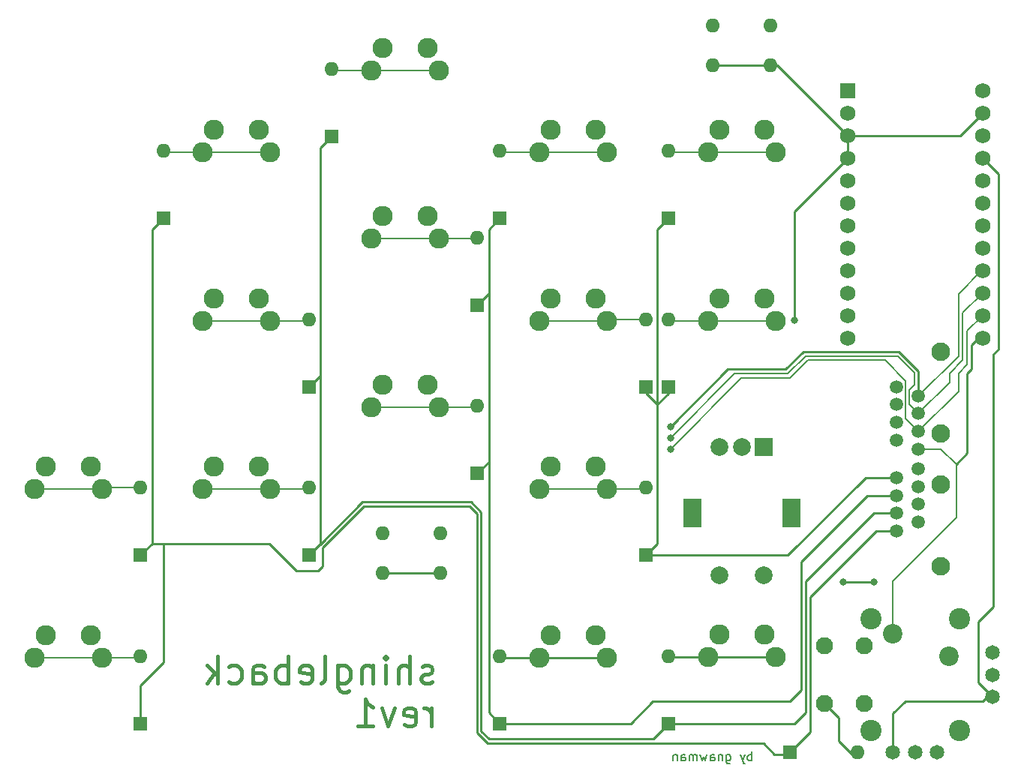
<source format=gbl>
G04 #@! TF.GenerationSoftware,KiCad,Pcbnew,(6.0.8)*
G04 #@! TF.CreationDate,2023-05-18T22:35:38+10:00*
G04 #@! TF.ProjectId,shingleback,7368696e-676c-4656-9261-636b2e6b6963,rev?*
G04 #@! TF.SameCoordinates,Original*
G04 #@! TF.FileFunction,Copper,L2,Bot*
G04 #@! TF.FilePolarity,Positive*
%FSLAX46Y46*%
G04 Gerber Fmt 4.6, Leading zero omitted, Abs format (unit mm)*
G04 Created by KiCad (PCBNEW (6.0.8)) date 2023-05-18 22:35:38*
%MOMM*%
%LPD*%
G01*
G04 APERTURE LIST*
%ADD10C,0.450000*%
G04 #@! TA.AperFunction,NonConductor*
%ADD11C,0.450000*%
G04 #@! TD*
%ADD12C,0.150000*%
G04 #@! TA.AperFunction,NonConductor*
%ADD13C,0.150000*%
G04 #@! TD*
G04 #@! TA.AperFunction,ComponentPad*
%ADD14C,2.286000*%
G04 #@! TD*
G04 #@! TA.AperFunction,ComponentPad*
%ADD15R,1.752600X1.752600*%
G04 #@! TD*
G04 #@! TA.AperFunction,ComponentPad*
%ADD16C,1.752600*%
G04 #@! TD*
G04 #@! TA.AperFunction,ComponentPad*
%ADD17R,1.600000X1.600000*%
G04 #@! TD*
G04 #@! TA.AperFunction,ComponentPad*
%ADD18O,1.600000X1.600000*%
G04 #@! TD*
G04 #@! TA.AperFunction,ComponentPad*
%ADD19C,1.500000*%
G04 #@! TD*
G04 #@! TA.AperFunction,WasherPad*
%ADD20C,2.100000*%
G04 #@! TD*
G04 #@! TA.AperFunction,ComponentPad*
%ADD21R,2.000000X2.000000*%
G04 #@! TD*
G04 #@! TA.AperFunction,ComponentPad*
%ADD22C,2.000000*%
G04 #@! TD*
G04 #@! TA.AperFunction,ComponentPad*
%ADD23R,2.000000X3.200000*%
G04 #@! TD*
G04 #@! TA.AperFunction,ComponentPad*
%ADD24C,1.950000*%
G04 #@! TD*
G04 #@! TA.AperFunction,ComponentPad*
%ADD25C,1.650000*%
G04 #@! TD*
G04 #@! TA.AperFunction,ComponentPad*
%ADD26C,2.400000*%
G04 #@! TD*
G04 #@! TA.AperFunction,ComponentPad*
%ADD27C,2.200000*%
G04 #@! TD*
G04 #@! TA.AperFunction,ViaPad*
%ADD28C,0.800000*%
G04 #@! TD*
G04 #@! TA.AperFunction,Conductor*
%ADD29C,0.200000*%
G04 #@! TD*
G04 #@! TA.AperFunction,Conductor*
%ADD30C,0.250000*%
G04 #@! TD*
G04 APERTURE END LIST*
D10*
D11*
X124136071Y-100299285D02*
X123850357Y-100442142D01*
X123278928Y-100442142D01*
X122993214Y-100299285D01*
X122850357Y-100013571D01*
X122850357Y-99870714D01*
X122993214Y-99585000D01*
X123278928Y-99442142D01*
X123707500Y-99442142D01*
X123993214Y-99299285D01*
X124136071Y-99013571D01*
X124136071Y-98870714D01*
X123993214Y-98585000D01*
X123707500Y-98442142D01*
X123278928Y-98442142D01*
X122993214Y-98585000D01*
X121564642Y-100442142D02*
X121564642Y-97442142D01*
X120278928Y-100442142D02*
X120278928Y-98870714D01*
X120421785Y-98585000D01*
X120707500Y-98442142D01*
X121136071Y-98442142D01*
X121421785Y-98585000D01*
X121564642Y-98727857D01*
X118850357Y-100442142D02*
X118850357Y-98442142D01*
X118850357Y-97442142D02*
X118993214Y-97585000D01*
X118850357Y-97727857D01*
X118707500Y-97585000D01*
X118850357Y-97442142D01*
X118850357Y-97727857D01*
X117421785Y-98442142D02*
X117421785Y-100442142D01*
X117421785Y-98727857D02*
X117278928Y-98585000D01*
X116993214Y-98442142D01*
X116564642Y-98442142D01*
X116278928Y-98585000D01*
X116136071Y-98870714D01*
X116136071Y-100442142D01*
X113421785Y-98442142D02*
X113421785Y-100870714D01*
X113564642Y-101156428D01*
X113707500Y-101299285D01*
X113993214Y-101442142D01*
X114421785Y-101442142D01*
X114707500Y-101299285D01*
X113421785Y-100299285D02*
X113707500Y-100442142D01*
X114278928Y-100442142D01*
X114564642Y-100299285D01*
X114707500Y-100156428D01*
X114850357Y-99870714D01*
X114850357Y-99013571D01*
X114707500Y-98727857D01*
X114564642Y-98585000D01*
X114278928Y-98442142D01*
X113707500Y-98442142D01*
X113421785Y-98585000D01*
X111564642Y-100442142D02*
X111850357Y-100299285D01*
X111993214Y-100013571D01*
X111993214Y-97442142D01*
X109278928Y-100299285D02*
X109564642Y-100442142D01*
X110136071Y-100442142D01*
X110421785Y-100299285D01*
X110564642Y-100013571D01*
X110564642Y-98870714D01*
X110421785Y-98585000D01*
X110136071Y-98442142D01*
X109564642Y-98442142D01*
X109278928Y-98585000D01*
X109136071Y-98870714D01*
X109136071Y-99156428D01*
X110564642Y-99442142D01*
X107850357Y-100442142D02*
X107850357Y-97442142D01*
X107850357Y-98585000D02*
X107564642Y-98442142D01*
X106993214Y-98442142D01*
X106707500Y-98585000D01*
X106564642Y-98727857D01*
X106421785Y-99013571D01*
X106421785Y-99870714D01*
X106564642Y-100156428D01*
X106707500Y-100299285D01*
X106993214Y-100442142D01*
X107564642Y-100442142D01*
X107850357Y-100299285D01*
X103850357Y-100442142D02*
X103850357Y-98870714D01*
X103993214Y-98585000D01*
X104278928Y-98442142D01*
X104850357Y-98442142D01*
X105136071Y-98585000D01*
X103850357Y-100299285D02*
X104136071Y-100442142D01*
X104850357Y-100442142D01*
X105136071Y-100299285D01*
X105278928Y-100013571D01*
X105278928Y-99727857D01*
X105136071Y-99442142D01*
X104850357Y-99299285D01*
X104136071Y-99299285D01*
X103850357Y-99156428D01*
X101136071Y-100299285D02*
X101421785Y-100442142D01*
X101993214Y-100442142D01*
X102278928Y-100299285D01*
X102421785Y-100156428D01*
X102564642Y-99870714D01*
X102564642Y-99013571D01*
X102421785Y-98727857D01*
X102278928Y-98585000D01*
X101993214Y-98442142D01*
X101421785Y-98442142D01*
X101136071Y-98585000D01*
X99850357Y-100442142D02*
X99850357Y-97442142D01*
X99564642Y-99299285D02*
X98707500Y-100442142D01*
X98707500Y-98442142D02*
X99850357Y-99585000D01*
X123993214Y-105272142D02*
X123993214Y-103272142D01*
X123993214Y-103843571D02*
X123850357Y-103557857D01*
X123707500Y-103415000D01*
X123421785Y-103272142D01*
X123136071Y-103272142D01*
X120993214Y-105129285D02*
X121278928Y-105272142D01*
X121850357Y-105272142D01*
X122136071Y-105129285D01*
X122278928Y-104843571D01*
X122278928Y-103700714D01*
X122136071Y-103415000D01*
X121850357Y-103272142D01*
X121278928Y-103272142D01*
X120993214Y-103415000D01*
X120850357Y-103700714D01*
X120850357Y-103986428D01*
X122278928Y-104272142D01*
X119850357Y-103272142D02*
X119136071Y-105272142D01*
X118421785Y-103272142D01*
X115707500Y-105272142D02*
X117421785Y-105272142D01*
X116564642Y-105272142D02*
X116564642Y-102272142D01*
X116850357Y-102700714D01*
X117136071Y-102986428D01*
X117421785Y-103129285D01*
D12*
D13*
X160178571Y-109202380D02*
X160178571Y-108202380D01*
X160178571Y-108583333D02*
X160083333Y-108535714D01*
X159892857Y-108535714D01*
X159797619Y-108583333D01*
X159750000Y-108630952D01*
X159702380Y-108726190D01*
X159702380Y-109011904D01*
X159750000Y-109107142D01*
X159797619Y-109154761D01*
X159892857Y-109202380D01*
X160083333Y-109202380D01*
X160178571Y-109154761D01*
X159369047Y-108535714D02*
X159130952Y-109202380D01*
X158892857Y-108535714D02*
X159130952Y-109202380D01*
X159226190Y-109440476D01*
X159273809Y-109488095D01*
X159369047Y-109535714D01*
X157321428Y-108535714D02*
X157321428Y-109345238D01*
X157369047Y-109440476D01*
X157416666Y-109488095D01*
X157511904Y-109535714D01*
X157654761Y-109535714D01*
X157750000Y-109488095D01*
X157321428Y-109154761D02*
X157416666Y-109202380D01*
X157607142Y-109202380D01*
X157702380Y-109154761D01*
X157750000Y-109107142D01*
X157797619Y-109011904D01*
X157797619Y-108726190D01*
X157750000Y-108630952D01*
X157702380Y-108583333D01*
X157607142Y-108535714D01*
X157416666Y-108535714D01*
X157321428Y-108583333D01*
X156845238Y-108535714D02*
X156845238Y-109202380D01*
X156845238Y-108630952D02*
X156797619Y-108583333D01*
X156702380Y-108535714D01*
X156559523Y-108535714D01*
X156464285Y-108583333D01*
X156416666Y-108678571D01*
X156416666Y-109202380D01*
X155511904Y-109202380D02*
X155511904Y-108678571D01*
X155559523Y-108583333D01*
X155654761Y-108535714D01*
X155845238Y-108535714D01*
X155940476Y-108583333D01*
X155511904Y-109154761D02*
X155607142Y-109202380D01*
X155845238Y-109202380D01*
X155940476Y-109154761D01*
X155988095Y-109059523D01*
X155988095Y-108964285D01*
X155940476Y-108869047D01*
X155845238Y-108821428D01*
X155607142Y-108821428D01*
X155511904Y-108773809D01*
X155130952Y-108535714D02*
X154940476Y-109202380D01*
X154750000Y-108726190D01*
X154559523Y-109202380D01*
X154369047Y-108535714D01*
X153988095Y-109202380D02*
X153988095Y-108535714D01*
X153988095Y-108630952D02*
X153940476Y-108583333D01*
X153845238Y-108535714D01*
X153702380Y-108535714D01*
X153607142Y-108583333D01*
X153559523Y-108678571D01*
X153559523Y-109202380D01*
X153559523Y-108678571D02*
X153511904Y-108583333D01*
X153416666Y-108535714D01*
X153273809Y-108535714D01*
X153178571Y-108583333D01*
X153130952Y-108678571D01*
X153130952Y-109202380D01*
X152226190Y-109202380D02*
X152226190Y-108678571D01*
X152273809Y-108583333D01*
X152369047Y-108535714D01*
X152559523Y-108535714D01*
X152654761Y-108583333D01*
X152226190Y-109154761D02*
X152321428Y-109202380D01*
X152559523Y-109202380D01*
X152654761Y-109154761D01*
X152702380Y-109059523D01*
X152702380Y-108964285D01*
X152654761Y-108869047D01*
X152559523Y-108821428D01*
X152321428Y-108821428D01*
X152226190Y-108773809D01*
X151750000Y-108535714D02*
X151750000Y-109202380D01*
X151750000Y-108630952D02*
X151702380Y-108583333D01*
X151607142Y-108535714D01*
X151464285Y-108535714D01*
X151369047Y-108583333D01*
X151321428Y-108678571D01*
X151321428Y-109202380D01*
D14*
X156500000Y-57000000D03*
X161580000Y-57000000D03*
X162850000Y-59540000D03*
X155230000Y-59540000D03*
X118500000Y-28750000D03*
X123580000Y-28750000D03*
X117230000Y-31290000D03*
X124850000Y-31290000D03*
X104580000Y-38000000D03*
X99500000Y-38000000D03*
X98230000Y-40540000D03*
X105850000Y-40540000D03*
D15*
X171000000Y-33560000D03*
D16*
X171000000Y-36100000D03*
X171000000Y-38640000D03*
X171000000Y-41180000D03*
X171000000Y-43720000D03*
X171000000Y-46260000D03*
X171000000Y-48800000D03*
X171000000Y-51340000D03*
X171000000Y-53880000D03*
X171000000Y-56420000D03*
X171000000Y-58960000D03*
X171000000Y-61500000D03*
X186240000Y-33560000D03*
X186240000Y-36100000D03*
X186240000Y-38640000D03*
X186240000Y-41180000D03*
X186240000Y-43720000D03*
X186240000Y-46260000D03*
X186240000Y-48800000D03*
X186240000Y-51340000D03*
X186240000Y-53880000D03*
X186240000Y-56420000D03*
X186240000Y-58960000D03*
X186240000Y-61500000D03*
D17*
X131750000Y-105000000D03*
D18*
X131750000Y-97380000D03*
D14*
X137500000Y-38000000D03*
X142580000Y-38000000D03*
X143850000Y-40540000D03*
X136230000Y-40540000D03*
D18*
X125000000Y-83500000D03*
D14*
X161630000Y-94989717D03*
X156550000Y-94989717D03*
X162900000Y-97529717D03*
X155280000Y-97529717D03*
D17*
X150750000Y-48000000D03*
D18*
X150750000Y-40380000D03*
X162249999Y-30723758D03*
X118500000Y-88000000D03*
X124999999Y-87997945D03*
D17*
X110200000Y-67000000D03*
D18*
X110200000Y-59380000D03*
D14*
X80500000Y-76000000D03*
X85580000Y-76000000D03*
X86850000Y-78540000D03*
X79230000Y-78540000D03*
X99500000Y-57000000D03*
X104580000Y-57000000D03*
X105850000Y-59540000D03*
X98230000Y-59540000D03*
X156500000Y-38000000D03*
X161580000Y-38000000D03*
X162850000Y-40540000D03*
X155230000Y-40540000D03*
X80500000Y-95000000D03*
X85580000Y-95000000D03*
X86850000Y-97540000D03*
X79230000Y-97540000D03*
D17*
X129200000Y-76750000D03*
D18*
X129200000Y-69130000D03*
D19*
X176500000Y-69000000D03*
X179000000Y-72000000D03*
X179000000Y-70000000D03*
X176500000Y-71000000D03*
X179000000Y-74000000D03*
X176500000Y-73000000D03*
D20*
X181500000Y-63000000D03*
X181500000Y-78000000D03*
D19*
X176500000Y-67000000D03*
X179000000Y-68000000D03*
D18*
X155750000Y-30725813D03*
D17*
X91200000Y-86000000D03*
D18*
X91200000Y-78380000D03*
D17*
X91200000Y-105000000D03*
D18*
X91200000Y-97380000D03*
D17*
X112750000Y-38750000D03*
D18*
X112750000Y-31130000D03*
D14*
X137500000Y-57000000D03*
X142580000Y-57000000D03*
X143850000Y-59540000D03*
X136230000Y-59540000D03*
D17*
X110200000Y-86000000D03*
D18*
X110200000Y-78380000D03*
D17*
X148200000Y-86000000D03*
D18*
X148200000Y-78380000D03*
D14*
X123580000Y-66750000D03*
X118500000Y-66750000D03*
X117230000Y-69290000D03*
X124850000Y-69290000D03*
D21*
X161540000Y-73750000D03*
D22*
X156540000Y-73750000D03*
X159040000Y-73750000D03*
D23*
X153440000Y-81250000D03*
X164640000Y-81250000D03*
D22*
X156540000Y-88250000D03*
X161540000Y-88250000D03*
D14*
X137500000Y-76000000D03*
X142580000Y-76000000D03*
X136230000Y-78540000D03*
X143850000Y-78540000D03*
D18*
X118500000Y-83494874D03*
D17*
X150750000Y-67000000D03*
D18*
X150750000Y-59380000D03*
D17*
X93750000Y-48000000D03*
D18*
X93750000Y-40380000D03*
D17*
X164500000Y-108250000D03*
D18*
X172120000Y-108250000D03*
D17*
X150800000Y-104989717D03*
D18*
X150800000Y-97369717D03*
D14*
X99500000Y-76000000D03*
X104580000Y-76000000D03*
X98230000Y-78540000D03*
X105850000Y-78540000D03*
X118500000Y-47750000D03*
X123580000Y-47750000D03*
X124850000Y-50290000D03*
X117230000Y-50290000D03*
D17*
X129200000Y-57750000D03*
D18*
X129200000Y-50130000D03*
X155750000Y-26220687D03*
D24*
X172873410Y-96250000D03*
X172873410Y-102750000D03*
D25*
X187353410Y-97000000D03*
X181123410Y-108230000D03*
D26*
X183623410Y-105825000D03*
X173623410Y-93175000D03*
X173623410Y-105825000D03*
X183623410Y-93175000D03*
D24*
X168373410Y-96250000D03*
X168373410Y-102750000D03*
D25*
X187353410Y-102000000D03*
X176123410Y-108230000D03*
X178623410Y-108230000D03*
X187353410Y-99500000D03*
D14*
X137500000Y-95000000D03*
X142580000Y-95000000D03*
X136230000Y-97540000D03*
X143850000Y-97540000D03*
D17*
X131750000Y-48000000D03*
D18*
X131750000Y-40380000D03*
X162250000Y-26225813D03*
D17*
X148200000Y-67000000D03*
D18*
X148200000Y-59380000D03*
D19*
X179000000Y-80250000D03*
X179000000Y-82250000D03*
X176500000Y-81250000D03*
X176500000Y-83250000D03*
D20*
X181500000Y-72250000D03*
D19*
X176500000Y-77250000D03*
X179000000Y-78250000D03*
X176500000Y-79250000D03*
X179000000Y-76250000D03*
D20*
X181500000Y-87250000D03*
D27*
X176083410Y-94900000D03*
X182433410Y-97440000D03*
D28*
X151000000Y-71500000D03*
X151000000Y-72750000D03*
X151000000Y-74000000D03*
X174000000Y-89000000D03*
X165000000Y-59500000D03*
X170500000Y-89000000D03*
D29*
X143850000Y-40540000D02*
X136230000Y-40540000D01*
X131910000Y-40540000D02*
X131750000Y-40380000D01*
X105850000Y-78540000D02*
X110040000Y-78540000D01*
X117230000Y-69290000D02*
X124850000Y-69290000D01*
D30*
X143850000Y-97540000D02*
X136230000Y-97540000D01*
D29*
X124850000Y-69290000D02*
X129040000Y-69290000D01*
D30*
X170000000Y-104376590D02*
X170000000Y-107000000D01*
D29*
X124850000Y-50290000D02*
X117230000Y-50290000D01*
X162850000Y-40540000D02*
X155230000Y-40540000D01*
D30*
X168373410Y-102750000D02*
X170000000Y-104376590D01*
D29*
X162850000Y-59540000D02*
X155230000Y-59540000D01*
X105850000Y-40540000D02*
X98230000Y-40540000D01*
X110040000Y-59540000D02*
X110200000Y-59380000D01*
X129040000Y-69290000D02*
X129200000Y-69130000D01*
X87010000Y-78380000D02*
X86850000Y-78540000D01*
X86850000Y-78540000D02*
X79230000Y-78540000D01*
D30*
X155280000Y-97529717D02*
X150960000Y-97529717D01*
D29*
X112910000Y-31290000D02*
X112750000Y-31130000D01*
D30*
X150960000Y-97529717D02*
X150800000Y-97369717D01*
X136230000Y-97540000D02*
X131910000Y-97540000D01*
X171870000Y-108500000D02*
X172120000Y-108250000D01*
D29*
X150910000Y-59540000D02*
X150750000Y-59380000D01*
X98230000Y-40540000D02*
X93910000Y-40540000D01*
X129040000Y-50290000D02*
X129200000Y-50130000D01*
X93910000Y-40540000D02*
X93750000Y-40380000D01*
D30*
X131910000Y-97540000D02*
X131750000Y-97380000D01*
X162900000Y-97529717D02*
X155280000Y-97529717D01*
D29*
X155230000Y-59540000D02*
X150910000Y-59540000D01*
X155230000Y-40540000D02*
X150910000Y-40540000D01*
D30*
X170000000Y-107000000D02*
X171500000Y-108500000D01*
D29*
X124850000Y-50290000D02*
X129040000Y-50290000D01*
X117230000Y-31290000D02*
X112910000Y-31290000D01*
X148200000Y-59380000D02*
X144010000Y-59380000D01*
X144010000Y-59380000D02*
X143850000Y-59540000D01*
X110040000Y-78540000D02*
X110200000Y-78380000D01*
D30*
X171500000Y-108500000D02*
X171870000Y-108500000D01*
D29*
X124850000Y-31290000D02*
X117230000Y-31290000D01*
X143850000Y-78540000D02*
X148040000Y-78540000D01*
X143850000Y-59540000D02*
X136230000Y-59540000D01*
X105850000Y-59540000D02*
X110040000Y-59540000D01*
X136230000Y-78540000D02*
X143850000Y-78540000D01*
X79230000Y-97540000D02*
X86850000Y-97540000D01*
X91200000Y-78380000D02*
X87010000Y-78380000D01*
X148040000Y-78540000D02*
X148200000Y-78380000D01*
X136230000Y-40540000D02*
X131910000Y-40540000D01*
X98230000Y-78540000D02*
X105850000Y-78540000D01*
X98230000Y-59540000D02*
X105850000Y-59540000D01*
X86850000Y-97540000D02*
X91040000Y-97540000D01*
X150910000Y-40540000D02*
X150750000Y-40380000D01*
D30*
X128313604Y-80450000D02*
X129175000Y-81311396D01*
X162750000Y-108500000D02*
X164500000Y-108500000D01*
X92500000Y-70000000D02*
X92500000Y-84700000D01*
X111750000Y-87250000D02*
X111750000Y-85136396D01*
X93750000Y-48000000D02*
X92500000Y-49250000D01*
X93800000Y-84700000D02*
X105700000Y-84700000D01*
X161500000Y-107250000D02*
X162750000Y-108500000D01*
X116436396Y-80450000D02*
X128313604Y-80450000D01*
X166750000Y-90750000D02*
X174250000Y-83250000D01*
X105700000Y-84700000D02*
X108750000Y-87750000D01*
X92500000Y-49250000D02*
X92500000Y-65700000D01*
X164500000Y-108250000D02*
X166750000Y-106000000D01*
X92500000Y-65700000D02*
X92500000Y-70000000D01*
X91200000Y-100700000D02*
X91200000Y-105000000D01*
X93800000Y-98100000D02*
X91200000Y-100700000D01*
X174250000Y-83250000D02*
X176500000Y-83250000D01*
X129175000Y-81311396D02*
X129175000Y-106061396D01*
X166750000Y-106000000D02*
X166750000Y-90750000D01*
X111750000Y-85136396D02*
X116436396Y-80450000D01*
X129175000Y-106061396D02*
X130363604Y-107250000D01*
X93800000Y-84700000D02*
X93800000Y-98100000D01*
X164500000Y-108500000D02*
X164500000Y-108250000D01*
X92500000Y-84700000D02*
X91200000Y-86000000D01*
X108750000Y-87750000D02*
X111250000Y-87750000D01*
X130363604Y-107250000D02*
X161500000Y-107250000D01*
X92500000Y-84700000D02*
X93800000Y-84700000D01*
X111250000Y-87750000D02*
X111750000Y-87250000D01*
X165010283Y-104989717D02*
X166250000Y-103750000D01*
X116250000Y-80000000D02*
X111500000Y-84750000D01*
X111500000Y-40000000D02*
X111500000Y-65700000D01*
X111500000Y-65700000D02*
X110200000Y-67000000D01*
X166250000Y-88980000D02*
X173980000Y-81250000D01*
X128500000Y-80000000D02*
X116250000Y-80000000D01*
X111500000Y-65700000D02*
X111500000Y-84700000D01*
X173980000Y-81250000D02*
X176500000Y-81250000D01*
X150800000Y-104989717D02*
X165010283Y-104989717D01*
X166250000Y-103750000D02*
X166250000Y-88980000D01*
X111500000Y-84700000D02*
X111500000Y-84750000D01*
X112750000Y-38750000D02*
X111500000Y-40000000D01*
X129625000Y-105875000D02*
X129625000Y-81125000D01*
X130500000Y-106750000D02*
X149039717Y-106750000D01*
X129625000Y-81125000D02*
X128500000Y-80000000D01*
X111500000Y-84700000D02*
X110200000Y-86000000D01*
X129625000Y-105875000D02*
X130500000Y-106750000D01*
X149039717Y-106750000D02*
X150800000Y-104989717D01*
X149000000Y-102500000D02*
X164500000Y-102500000D01*
X165800000Y-86700000D02*
X173250000Y-79250000D01*
X164500000Y-102500000D02*
X165800000Y-101200000D01*
X130500000Y-56450000D02*
X130500000Y-75450000D01*
X165800000Y-101200000D02*
X165800000Y-86700000D01*
X130500000Y-75450000D02*
X129200000Y-76750000D01*
X131750000Y-105000000D02*
X146500000Y-105000000D01*
X130500000Y-56450000D02*
X129200000Y-57750000D01*
X146500000Y-105000000D02*
X149000000Y-102500000D01*
X130500000Y-49250000D02*
X130500000Y-56450000D01*
X130500000Y-103750000D02*
X131750000Y-105000000D01*
X173250000Y-79250000D02*
X176500000Y-79250000D01*
X131750000Y-48000000D02*
X130500000Y-49250000D01*
X130500000Y-75450000D02*
X130500000Y-103750000D01*
X149500000Y-69000000D02*
X148200000Y-67700000D01*
X150750000Y-67750000D02*
X150750000Y-67000000D01*
X149500000Y-69000000D02*
X149500000Y-84700000D01*
X149500000Y-84700000D02*
X148200000Y-86000000D01*
X150750000Y-48000000D02*
X149500000Y-49250000D01*
X148200000Y-67700000D02*
X148200000Y-67000000D01*
X164250000Y-86000000D02*
X173000000Y-77250000D01*
X149500000Y-69000000D02*
X150750000Y-67750000D01*
X148200000Y-86000000D02*
X164250000Y-86000000D01*
X149500000Y-49250000D02*
X149500000Y-69000000D01*
X173000000Y-77250000D02*
X176500000Y-77250000D01*
D29*
X183500000Y-56500000D02*
X183500000Y-63500000D01*
X186120000Y-53880000D02*
X183500000Y-56500000D01*
D30*
X157500000Y-65000000D02*
X164000000Y-65000000D01*
X166000000Y-63000000D02*
X176750000Y-63000000D01*
D29*
X186240000Y-53880000D02*
X186120000Y-53880000D01*
D30*
X176750000Y-63000000D02*
X179000000Y-65250000D01*
X164000000Y-65000000D02*
X166000000Y-63000000D01*
D29*
X183500000Y-63500000D02*
X179000000Y-68000000D01*
D30*
X179000000Y-65250000D02*
X179000000Y-68000000D01*
X151000000Y-71500000D02*
X157500000Y-65000000D01*
D29*
X184000000Y-58660000D02*
X184000000Y-64000000D01*
X177950000Y-68950000D02*
X179000000Y-70000000D01*
X158250000Y-65500000D02*
X164250000Y-65500000D01*
X182500000Y-65500000D02*
X182500000Y-66500000D01*
X182500000Y-66500000D02*
X179000000Y-70000000D01*
X151000000Y-72750000D02*
X158250000Y-65500000D01*
X184000000Y-64000000D02*
X182500000Y-65500000D01*
X178575000Y-65426040D02*
X178575000Y-66750000D01*
X177950000Y-67375000D02*
X177950000Y-68950000D01*
X166250000Y-63500000D02*
X176648960Y-63500000D01*
X178575000Y-66750000D02*
X177950000Y-67375000D01*
X164250000Y-65500000D02*
X166250000Y-63500000D01*
X176648960Y-63500000D02*
X178575000Y-65426040D01*
X186240000Y-56420000D02*
X184000000Y-58660000D01*
X177550000Y-66300000D02*
X177550000Y-70550000D01*
X151000000Y-74000000D02*
X159000000Y-66000000D01*
X159000000Y-66000000D02*
X164500000Y-66000000D01*
X166500000Y-64000000D02*
X175250000Y-64000000D01*
X175250000Y-64000000D02*
X177550000Y-66300000D01*
X184500000Y-64500000D02*
X183500000Y-65500000D01*
X183500000Y-67500000D02*
X179000000Y-72000000D01*
X164500000Y-66000000D02*
X166500000Y-64000000D01*
X184500000Y-60700000D02*
X184500000Y-64500000D01*
X183500000Y-65500000D02*
X183500000Y-67500000D01*
X186240000Y-58960000D02*
X184500000Y-60700000D01*
X177550000Y-70550000D02*
X179000000Y-72000000D01*
D30*
X184500000Y-65500000D02*
X184500000Y-74500000D01*
D29*
X183250000Y-81750000D02*
X183250000Y-75750000D01*
X176083410Y-94900000D02*
X176083410Y-88916590D01*
X176083410Y-88916590D02*
X183250000Y-81750000D01*
D30*
X184500000Y-74500000D02*
X183250000Y-75750000D01*
X185000000Y-65000000D02*
X184500000Y-65500000D01*
D29*
X183250000Y-75750000D02*
X181500000Y-74000000D01*
D30*
X186240000Y-61500000D02*
X185750000Y-61500000D01*
X185000000Y-62250000D02*
X185000000Y-65000000D01*
D29*
X181500000Y-74000000D02*
X179000000Y-74000000D01*
D30*
X185750000Y-61500000D02*
X185000000Y-62250000D01*
X165000000Y-59500000D02*
X165000000Y-47180000D01*
X163083758Y-30723758D02*
X162249999Y-30723758D01*
X171000000Y-41180000D02*
X171000000Y-38640000D01*
X171000000Y-38640000D02*
X183700000Y-38640000D01*
X183700000Y-38640000D02*
X186240000Y-36100000D01*
X174000000Y-89000000D02*
X170500000Y-89000000D01*
X162249999Y-30723758D02*
X155752055Y-30723758D01*
X155752055Y-30723758D02*
X155750000Y-30725813D01*
X171000000Y-38640000D02*
X163083758Y-30723758D01*
X165000000Y-47180000D02*
X171000000Y-41180000D01*
X124999999Y-87997945D02*
X118502055Y-87997945D01*
X118502055Y-87997945D02*
X118500000Y-88000000D01*
X176123410Y-103876590D02*
X176123410Y-108230000D01*
X187441300Y-63308700D02*
X188000000Y-62750000D01*
X177500000Y-102500000D02*
X176123410Y-103876590D01*
X185750000Y-100396590D02*
X185750000Y-93500000D01*
X186250000Y-102500000D02*
X177500000Y-102500000D01*
X187353410Y-102000000D02*
X186750000Y-102000000D01*
X187441300Y-91808700D02*
X187441300Y-63308700D01*
X186750000Y-102000000D02*
X186250000Y-102500000D01*
X188000000Y-62750000D02*
X188000000Y-42940000D01*
X188000000Y-42940000D02*
X186240000Y-41180000D01*
X187353410Y-102000000D02*
X185750000Y-100396590D01*
X185750000Y-93500000D02*
X187441300Y-91808700D01*
M02*

</source>
